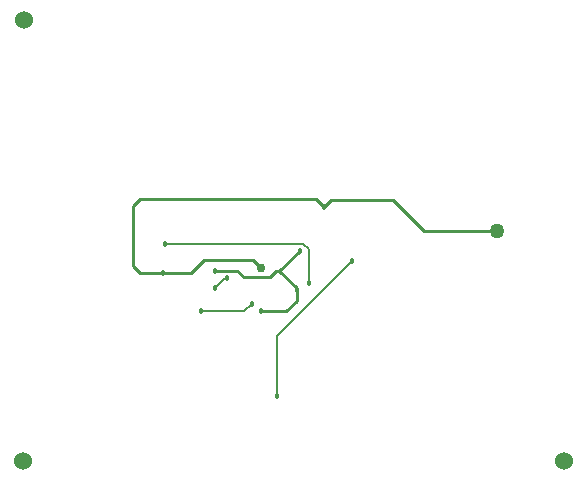
<source format=gbl>
G04*
G04 #@! TF.GenerationSoftware,Altium Limited,Altium Designer,20.2.4 (192)*
G04*
G04 Layer_Physical_Order=2*
G04 Layer_Color=16711680*
%FSLAX24Y24*%
%MOIN*%
G70*
G04*
G04 #@! TF.SameCoordinates,5BCF1839-4794-4958-B018-1AD1511920B9*
G04*
G04*
G04 #@! TF.FilePolarity,Positive*
G04*
G01*
G75*
%ADD50C,0.0080*%
%ADD53C,0.0600*%
%ADD54C,0.0180*%
%ADD55C,0.0300*%
%ADD56C,0.0500*%
%ADD57C,0.0100*%
D50*
X10330Y6755D02*
Y7905D01*
X10155Y8080D01*
X5550D01*
X9270Y2990D02*
Y5000D01*
X11780Y7510D02*
X9270Y5000D01*
X8432Y6075D02*
X8187Y5830D01*
X6760D01*
X7540Y6940D02*
X7200Y6600D01*
X7600Y6940D02*
X7540D01*
D53*
X18830Y850D02*
D03*
X810D02*
D03*
X850Y15540D02*
D03*
D54*
X10330Y6755D02*
D03*
X10840Y9310D02*
D03*
X5550Y8080D02*
D03*
X5470Y7110D02*
D03*
X10060Y7850D02*
D03*
X9940Y6520D02*
D03*
X11780Y7510D02*
D03*
X6760Y5830D02*
D03*
X8432Y6075D02*
D03*
X8760Y5820D02*
D03*
X7200Y6600D02*
D03*
Y7180D02*
D03*
X7600Y6940D02*
D03*
X9270Y2990D02*
D03*
D55*
X8760Y7280D02*
D03*
D56*
X16598Y8500D02*
D03*
D57*
X8760Y7280D02*
X8737D01*
X8487Y7530D01*
X6840D01*
X6420Y7110D01*
X9360Y7180D02*
X9260D01*
X9040Y6960D02*
X8171D01*
X9260Y7180D02*
X9040Y6960D01*
X8171D02*
X7951Y7180D01*
X10580Y9570D02*
X4720D01*
X4470Y7350D02*
Y9320D01*
X4720Y9570D02*
X4470Y9320D01*
X4710Y7110D02*
X4470Y7350D01*
X10840Y9310D02*
X10580Y9570D01*
X14190Y8500D02*
X13150Y9540D01*
X11070D02*
X10840Y9310D01*
X13150Y9540D02*
X11070D01*
X5470Y7110D02*
X4710D01*
X7951Y7180D02*
X7270D01*
X6420Y7110D02*
X5470D01*
X16598Y8500D02*
X14190D01*
X10030Y7850D02*
X9360Y7180D01*
X10060Y7850D02*
X10030D01*
X9940Y6170D02*
X9590Y5820D01*
X8760D01*
X9940Y6170D02*
Y6520D01*
Y6600D01*
X9360Y7180D01*
M02*

</source>
